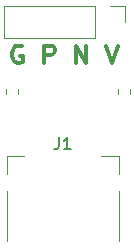
<source format=gto>
G04 #@! TF.GenerationSoftware,KiCad,Pcbnew,5.0-dev-unknown-3a73e77~62~ubuntu17.10.1*
G04 #@! TF.CreationDate,2018-02-27T23:18:37-07:00*
G04 #@! TF.ProjectId,CH340G-TYPE-C,4348333430472D545950452D432E6B69,rev?*
G04 #@! TF.SameCoordinates,Original*
G04 #@! TF.FileFunction,Legend,Top*
G04 #@! TF.FilePolarity,Positive*
%FSLAX46Y46*%
G04 Gerber Fmt 4.6, Leading zero omitted, Abs format (unit mm)*
G04 Created by KiCad (PCBNEW 5.0-dev-unknown-3a73e77~62~ubuntu17.10.1) date Tue Feb 27 23:18:37 2018*
%MOMM*%
%LPD*%
G01*
G04 APERTURE LIST*
%ADD10C,0.300000*%
%ADD11C,0.120000*%
%ADD12C,0.150000*%
G04 APERTURE END LIST*
D10*
X143000000Y-80678571D02*
X143500000Y-82178571D01*
X144000000Y-80678571D01*
X140464284Y-82178571D02*
X140464284Y-80678571D01*
X141321427Y-82178571D01*
X141321427Y-80678571D01*
X137785713Y-82178571D02*
X137785713Y-80678571D01*
X138357142Y-80678571D01*
X138499999Y-80750000D01*
X138571428Y-80821428D01*
X138642856Y-80964285D01*
X138642856Y-81178571D01*
X138571428Y-81321428D01*
X138499999Y-81392857D01*
X138357142Y-81464285D01*
X137785713Y-81464285D01*
X135892857Y-80750000D02*
X135750000Y-80678571D01*
X135535714Y-80678571D01*
X135321428Y-80750000D01*
X135178571Y-80892857D01*
X135107142Y-81035714D01*
X135035714Y-81321428D01*
X135035714Y-81535714D01*
X135107142Y-81821428D01*
X135178571Y-81964285D01*
X135321428Y-82107142D01*
X135535714Y-82178571D01*
X135678571Y-82178571D01*
X135892857Y-82107142D01*
X135964285Y-82035714D01*
X135964285Y-81535714D01*
X135678571Y-81535714D01*
D11*
X142582143Y-89997500D02*
X144082143Y-89997500D01*
X144082143Y-89997500D02*
X144082143Y-91517500D01*
X134582143Y-93017500D02*
X134582143Y-97257500D01*
X134582143Y-89997500D02*
X136082143Y-89997500D01*
X144082143Y-93017500D02*
X144082143Y-97257500D01*
X134582143Y-89997500D02*
X134582143Y-91517500D01*
X134350000Y-77370000D02*
X134350000Y-80030000D01*
X142030000Y-77370000D02*
X134350000Y-77370000D01*
X142030000Y-80030000D02*
X134350000Y-80030000D01*
X142030000Y-77370000D02*
X142030000Y-80030000D01*
X143300000Y-77370000D02*
X144630000Y-77370000D01*
X144630000Y-77370000D02*
X144630000Y-78700000D01*
X143990000Y-84757500D02*
X143990000Y-84317500D01*
X145010000Y-84757500D02*
X145010000Y-84317500D01*
X134490000Y-84317500D02*
X134490000Y-84757500D01*
X135510000Y-84317500D02*
X135510000Y-84757500D01*
D12*
X138998809Y-88459880D02*
X138998809Y-89174166D01*
X138951190Y-89317023D01*
X138855952Y-89412261D01*
X138713095Y-89459880D01*
X138617857Y-89459880D01*
X139998809Y-89459880D02*
X139427381Y-89459880D01*
X139713095Y-89459880D02*
X139713095Y-88459880D01*
X139617857Y-88602738D01*
X139522619Y-88697976D01*
X139427381Y-88745595D01*
M02*

</source>
